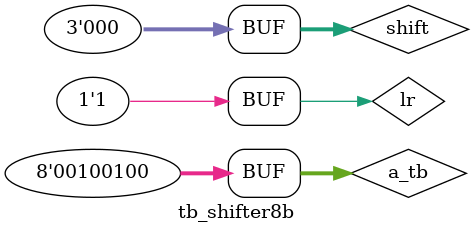
<source format=v>
`timescale 1ns/100ps


module tb_shifter8b;
  reg[7:0]      a_tb;
  wire[7:0]     o_tb;
  reg[2:0]      shift;
  reg           lr;
  
  shifter8bit  DUT(
    .s(shift), 
   	.a(a_tb),
   	.lr(lr), 
    .y(o_tb)  
  );
  
  initial
  begin
    lr = 1'b0; // move left
    a_tb = 8'b00100100;
    
    shift = 2'h0;
    #1;
    
    shift = 3'h1;
    #1;

    shift = 3'h2;
    #1;

    shift = 3'h3;
    #1;

    shift = 3'h4;
    #1;

    shift = 3'h5;
    #1;

    shift = 3'h6;
    #1;

    shift = 3'h7;
    #1;

    shift = 3'h0;
    #1;

    lr = 1'b1; // move right
    shift = 2'h0;
    #1;
    
    shift = 3'h1;
    #1;

    shift = 3'h2;
    #1;

    shift = 3'h3;
    #1;

    shift = 3'h4;
    #1;

    shift = 3'h5;
    #1;

    shift = 3'h6;
    #1;

    shift = 3'h7;
    #1;

    shift = 3'h0;
    #1;
    
  end
endmodule



</source>
